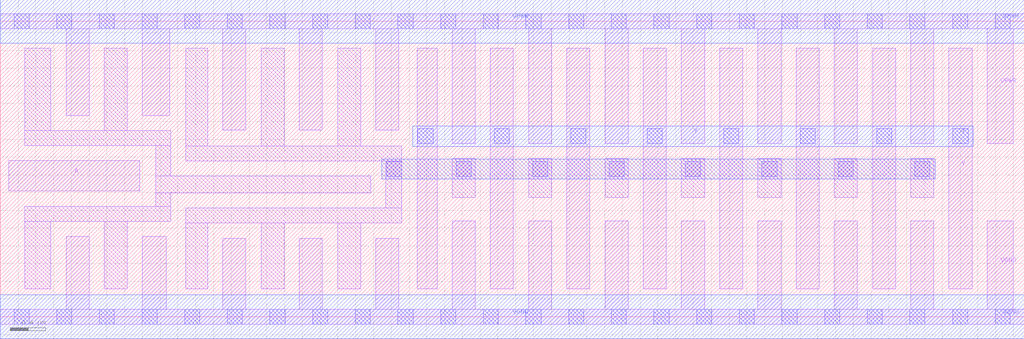
<source format=lef>
# Copyright 2020 The SkyWater PDK Authors
#
# Licensed under the Apache License, Version 2.0 (the "License");
# you may not use this file except in compliance with the License.
# You may obtain a copy of the License at
#
#     https://www.apache.org/licenses/LICENSE-2.0
#
# Unless required by applicable law or agreed to in writing, software
# distributed under the License is distributed on an "AS IS" BASIS,
# WITHOUT WARRANTIES OR CONDITIONS OF ANY KIND, either express or implied.
# See the License for the specific language governing permissions and
# limitations under the License.
#
# SPDX-License-Identifier: Apache-2.0

VERSION 5.7 ;
  NAMESCASESENSITIVE ON ;
  NOWIREEXTENSIONATPIN ON ;
  DIVIDERCHAR "/" ;
  BUSBITCHARS "[]" ;
UNITS
  DATABASE MICRONS 200 ;
END UNITS
MACRO sky130_fd_sc_lp__bufinv_16
  CLASS CORE ;
  SOURCE USER ;
  FOREIGN sky130_fd_sc_lp__bufinv_16 ;
  ORIGIN  0.000000  0.000000 ;
  SIZE  11.52000 BY  3.330000 ;
  SYMMETRY X Y R90 ;
  SITE unit ;
  PIN A
    ANTENNAGATEAREA  0.945000 ;
    DIRECTION INPUT ;
    USE SIGNAL ;
    PORT
      LAYER li1 ;
        RECT 0.095000 1.415000 1.570000 1.760000 ;
    END
  END A
  PIN Y
    ANTENNADIFFAREA  4.704000 ;
    DIRECTION OUTPUT ;
    USE SIGNAL ;
    PORT
      LAYER li1 ;
        RECT  4.690000 0.315000  4.915000 3.025000 ;
        RECT  5.515000 0.315000  5.775000 3.025000 ;
        RECT  6.375000 0.315000  6.635000 3.025000 ;
        RECT  7.235000 0.315000  7.495000 3.025000 ;
        RECT  8.095000 0.315000  8.355000 3.025000 ;
        RECT  8.955000 0.315000  9.215000 3.025000 ;
        RECT  9.815000 0.315000 10.075000 3.025000 ;
        RECT 10.675000 0.315000 10.935000 3.025000 ;
      LAYER mcon ;
        RECT  4.700000 1.950000  4.870000 2.120000 ;
        RECT  5.560000 1.950000  5.730000 2.120000 ;
        RECT  6.420000 1.950000  6.590000 2.120000 ;
        RECT  7.280000 1.950000  7.450000 2.120000 ;
        RECT  8.140000 1.950000  8.310000 2.120000 ;
        RECT  9.000000 1.950000  9.170000 2.120000 ;
        RECT  9.860000 1.950000 10.030000 2.120000 ;
        RECT 10.720000 1.950000 10.890000 2.120000 ;
      LAYER met1 ;
        RECT 4.640000 1.920000 10.950000 2.150000 ;
    END
  END Y
  PIN VGND
    DIRECTION INOUT ;
    USE GROUND ;
    PORT
      LAYER li1 ;
        RECT  0.000000 -0.085000 11.520000 0.085000 ;
        RECT  0.740000  0.085000  1.000000 0.905000 ;
        RECT  1.600000  0.085000  1.870000 0.905000 ;
        RECT  2.505000  0.085000  2.765000 0.885000 ;
        RECT  3.365000  0.085000  3.625000 0.885000 ;
        RECT  4.225000  0.085000  4.485000 0.885000 ;
        RECT  5.085000  0.085000  5.345000 1.080000 ;
        RECT  5.945000  0.085000  6.205000 1.080000 ;
        RECT  6.805000  0.085000  7.065000 1.080000 ;
        RECT  7.665000  0.085000  7.925000 1.080000 ;
        RECT  8.525000  0.085000  8.785000 1.080000 ;
        RECT  9.385000  0.085000  9.645000 1.080000 ;
        RECT 10.245000  0.085000 10.505000 1.080000 ;
        RECT 11.105000  0.085000 11.400000 1.080000 ;
      LAYER mcon ;
        RECT  0.155000 -0.085000  0.325000 0.085000 ;
        RECT  0.635000 -0.085000  0.805000 0.085000 ;
        RECT  1.115000 -0.085000  1.285000 0.085000 ;
        RECT  1.595000 -0.085000  1.765000 0.085000 ;
        RECT  2.075000 -0.085000  2.245000 0.085000 ;
        RECT  2.555000 -0.085000  2.725000 0.085000 ;
        RECT  3.035000 -0.085000  3.205000 0.085000 ;
        RECT  3.515000 -0.085000  3.685000 0.085000 ;
        RECT  3.995000 -0.085000  4.165000 0.085000 ;
        RECT  4.475000 -0.085000  4.645000 0.085000 ;
        RECT  4.955000 -0.085000  5.125000 0.085000 ;
        RECT  5.435000 -0.085000  5.605000 0.085000 ;
        RECT  5.915000 -0.085000  6.085000 0.085000 ;
        RECT  6.395000 -0.085000  6.565000 0.085000 ;
        RECT  6.875000 -0.085000  7.045000 0.085000 ;
        RECT  7.355000 -0.085000  7.525000 0.085000 ;
        RECT  7.835000 -0.085000  8.005000 0.085000 ;
        RECT  8.315000 -0.085000  8.485000 0.085000 ;
        RECT  8.795000 -0.085000  8.965000 0.085000 ;
        RECT  9.275000 -0.085000  9.445000 0.085000 ;
        RECT  9.755000 -0.085000  9.925000 0.085000 ;
        RECT 10.235000 -0.085000 10.405000 0.085000 ;
        RECT 10.715000 -0.085000 10.885000 0.085000 ;
        RECT 11.195000 -0.085000 11.365000 0.085000 ;
      LAYER met1 ;
        RECT 0.000000 -0.245000 11.520000 0.245000 ;
    END
  END VGND
  PIN VPWR
    DIRECTION INOUT ;
    USE POWER ;
    PORT
      LAYER li1 ;
        RECT  0.000000 3.245000 11.520000 3.415000 ;
        RECT  0.740000 2.270000  1.000000 3.245000 ;
        RECT  1.600000 2.270000  1.905000 3.245000 ;
        RECT  2.505000 2.105000  2.765000 3.245000 ;
        RECT  3.365000 2.105000  3.625000 3.245000 ;
        RECT  4.225000 2.105000  4.485000 3.245000 ;
        RECT  5.085000 1.955000  5.345000 3.245000 ;
        RECT  5.945000 1.955000  6.205000 3.245000 ;
        RECT  6.805000 1.955000  7.065000 3.245000 ;
        RECT  7.665000 1.955000  7.925000 3.245000 ;
        RECT  8.525000 1.955000  8.785000 3.245000 ;
        RECT  9.385000 1.955000  9.645000 3.245000 ;
        RECT 10.245000 1.955000 10.505000 3.245000 ;
        RECT 11.105000 1.955000 11.400000 3.245000 ;
      LAYER mcon ;
        RECT  0.155000 3.245000  0.325000 3.415000 ;
        RECT  0.635000 3.245000  0.805000 3.415000 ;
        RECT  1.115000 3.245000  1.285000 3.415000 ;
        RECT  1.595000 3.245000  1.765000 3.415000 ;
        RECT  2.075000 3.245000  2.245000 3.415000 ;
        RECT  2.555000 3.245000  2.725000 3.415000 ;
        RECT  3.035000 3.245000  3.205000 3.415000 ;
        RECT  3.515000 3.245000  3.685000 3.415000 ;
        RECT  3.995000 3.245000  4.165000 3.415000 ;
        RECT  4.475000 3.245000  4.645000 3.415000 ;
        RECT  4.955000 3.245000  5.125000 3.415000 ;
        RECT  5.435000 3.245000  5.605000 3.415000 ;
        RECT  5.915000 3.245000  6.085000 3.415000 ;
        RECT  6.395000 3.245000  6.565000 3.415000 ;
        RECT  6.875000 3.245000  7.045000 3.415000 ;
        RECT  7.355000 3.245000  7.525000 3.415000 ;
        RECT  7.835000 3.245000  8.005000 3.415000 ;
        RECT  8.315000 3.245000  8.485000 3.415000 ;
        RECT  8.795000 3.245000  8.965000 3.415000 ;
        RECT  9.275000 3.245000  9.445000 3.415000 ;
        RECT  9.755000 3.245000  9.925000 3.415000 ;
        RECT 10.235000 3.245000 10.405000 3.415000 ;
        RECT 10.715000 3.245000 10.885000 3.415000 ;
        RECT 11.195000 3.245000 11.365000 3.415000 ;
      LAYER met1 ;
        RECT 0.000000 3.085000 11.520000 3.575000 ;
    END
  END VPWR
  OBS
    LAYER li1 ;
      RECT  0.275000 0.315000  0.570000 1.075000 ;
      RECT  0.275000 1.075000  1.920000 1.245000 ;
      RECT  0.275000 1.930000  1.920000 2.100000 ;
      RECT  0.275000 2.100000  0.570000 3.025000 ;
      RECT  1.170000 0.315000  1.430000 1.075000 ;
      RECT  1.170000 2.100000  1.430000 3.025000 ;
      RECT  1.750000 1.245000  1.920000 1.395000 ;
      RECT  1.750000 1.395000  4.170000 1.585000 ;
      RECT  1.750000 1.585000  1.920000 1.930000 ;
      RECT  2.090000 0.315000  2.335000 1.055000 ;
      RECT  2.090000 1.055000  4.520000 1.225000 ;
      RECT  2.090000 1.755000  4.520000 1.925000 ;
      RECT  2.090000 1.925000  2.335000 3.025000 ;
      RECT  2.935000 0.315000  3.195000 1.055000 ;
      RECT  2.935000 1.925000  3.195000 3.025000 ;
      RECT  3.795000 0.315000  4.055000 1.055000 ;
      RECT  3.795000 1.925000  4.055000 3.025000 ;
      RECT  4.340000 1.225000  4.520000 1.755000 ;
      RECT  5.085000 1.345000  5.345000 1.785000 ;
      RECT  5.945000 1.345000  6.205000 1.785000 ;
      RECT  6.805000 1.345000  7.065000 1.785000 ;
      RECT  7.665000 1.345000  7.925000 1.785000 ;
      RECT  8.525000 1.345000  8.785000 1.785000 ;
      RECT  9.385000 1.345000  9.645000 1.785000 ;
      RECT 10.245000 1.345000 10.505000 1.785000 ;
    LAYER mcon ;
      RECT  4.350000 1.580000  4.520000 1.750000 ;
      RECT  5.130000 1.580000  5.300000 1.750000 ;
      RECT  5.990000 1.580000  6.160000 1.750000 ;
      RECT  6.850000 1.580000  7.020000 1.750000 ;
      RECT  7.710000 1.580000  7.880000 1.750000 ;
      RECT  8.570000 1.580000  8.740000 1.750000 ;
      RECT  9.430000 1.580000  9.600000 1.750000 ;
      RECT 10.290000 1.580000 10.460000 1.750000 ;
    LAYER met1 ;
      RECT 4.290000 1.550000 10.520000 1.780000 ;
  END
END sky130_fd_sc_lp__bufinv_16

</source>
